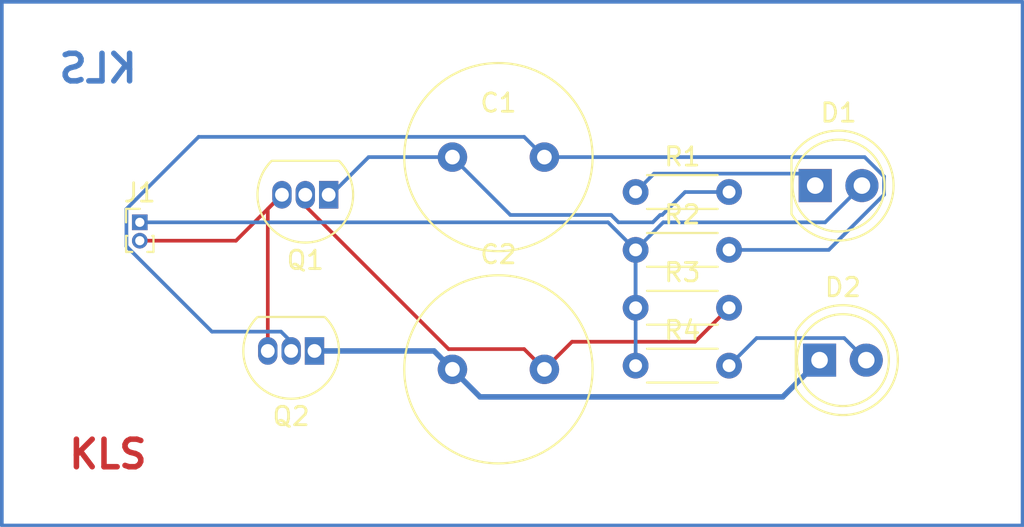
<source format=kicad_pcb>
(kicad_pcb (version 20241229) (generator "pcbnew") (generator_version "9.0")
  (title_block (title "LED FLIP FLOP") (date "2025-07-16") (company "KLS"))
  (layers (0 "F.Cu" signal) (2 "B.Cu" signal) (13 "F.Paste" user) (15 "B.Paste" user) (5 "F.SilkS" user "F.Silkscreen") (7 "B.SilkS" user "B.Silkscreen") (1 "F.Mask" user) (3 "B.Mask" user) (25 "Edge.Cuts" user))
  (net 0 "")
  (net 1 "Net-(Q2-B)")
  (net 2 "Net-(Q1-C)")
  (net 3 "Net-(D2-K)")
  (net 4 "Net-(Q1-B)")
  (net 5 "Net-(D1-A)")
  (net 6 "Net-(D1-K)")
  (net 7 "Net-(D2-A)")
  (net 8 "GND")
  (footprint "Package_TO_SOT_THT:TO-92_Inline" (layer "F.Cu") (at 103.27 25.5 180)
    (property "Reference" "Q1" (at 1.27 -3.56 0) (layer "F.SilkS"))
    (property "Value" "BC547")
    (fp_line (start -0.53 1.85) (end 3.07 1.85) (stroke (width 0.12)) (layer "F.SilkS"))
    (fp_arc (start 1.27 -2.6) (mid 3.672087 -0.994977) (end 3.108478 1.838478) (stroke (width 0.12)) (layer "F.SilkS"))
    (fp_arc (start -0.568478 1.838478) (mid -1.132087 -0.994977) (end 1.27 -2.6) (stroke (width 0.12)) (layer "F.SilkS"))
    (pad "1" thru_hole rect (at 0 0 180) (size 1.05 1.5) (drill 0.75) (layers "*.Cu" "*.Mask") (net 2 "Net-(Q1-C)"))
    (pad "2" thru_hole oval (at 1.27 0 180) (size 1.05 1.5) (drill 0.75) (layers "*.Cu" "*.Mask") (net 4 "Net-(Q1-B)"))
    (pad "3" thru_hole oval (at 2.54 0 180) (size 1.05 1.5) (drill 0.75) (layers "*.Cu" "*.Mask") (net 8 "GND"))
  )
  (footprint "Connector_PinHeader_1.00mm:PinHeader_1x02_P1.00mm_Vertical" (layer "F.Cu") (at 93 27)
    (property "Reference" "J1" (at 0 -1.61 0) (layer "F.SilkS"))
    (property "Value" "Conn_01x02_Pin")
    (fp_line (start -0.745 -0.735) (end 0 -0.735) (stroke (width 0.12)) (layer "F.SilkS"))
    (fp_line (start -0.745 0) (end -0.745 -0.735) (stroke (width 0.12)) (layer "F.SilkS"))
    (fp_line (start -0.745 0.735) (end -0.745 1.61) (stroke (width 0.12)) (layer "F.SilkS"))
    (fp_line (start -0.745 0.735) (end -0.685565 0.735) (stroke (width 0.12)) (layer "F.SilkS"))
    (fp_line (start -0.745 1.61) (end -0.41003 1.61) (stroke (width 0.12)) (layer "F.SilkS"))
    (fp_line (start 0.41003 1.61) (end 0.745 1.61) (stroke (width 0.12)) (layer "F.SilkS"))
    (fp_line (start 0.685565 0.735) (end 0.745 0.735) (stroke (width 0.12)) (layer "F.SilkS"))
    (fp_line (start 0.745 0.735) (end 0.745 1.61) (stroke (width 0.12)) (layer "F.SilkS"))
    (pad "1" thru_hole rect (at 0 0) (size 0.85 0.85) (drill 0.5) (layers "*.Cu" "*.Mask") (net 5 "Net-(D1-A)"))
    (pad "2" thru_hole circle (at 0 1) (size 0.85 0.85) (drill 0.5) (layers "*.Cu" "*.Mask") (net 8 "GND"))
  )
  (footprint "Resistor_THT:R_Axial_DIN0204_L3.6mm_D1.6mm_P5.08mm_Horizontal" (layer "F.Cu") (at 119.96 28.5)
    (property "Reference" "R2" (at 2.54 -1.92 0) (layer "F.SilkS"))
    (property "Value" "10k")
    (fp_line (start 0.62 -0.92) (end 4.46 -0.92) (stroke (width 0.12)) (layer "F.SilkS"))
    (fp_line (start 0.62 0.92) (end 4.46 0.92) (stroke (width 0.12)) (layer "F.SilkS"))
    (pad "1" thru_hole circle (at 0 0) (size 1.4 1.4) (drill 0.7) (layers "*.Cu" "*.Mask") (net 5 "Net-(D1-A)"))
    (pad "2" thru_hole circle (at 5.08 0) (size 1.4 1.4) (drill 0.7) (layers "*.Cu" "*.Mask") (net 1 "Net-(Q2-B)"))
  )
  (footprint "Package_TO_SOT_THT:TO-92_Inline" (layer "F.Cu") (at 102.5 34 180)
    (property "Reference" "Q2" (at 1.27 -3.56 0) (layer "F.SilkS"))
    (property "Value" "BC547")
    (fp_line (start -0.53 1.85) (end 3.07 1.85) (stroke (width 0.12)) (layer "F.SilkS"))
    (fp_arc (start 1.27 -2.6) (mid 3.672087 -0.994977) (end 3.108478 1.838478) (stroke (width 0.12)) (layer "F.SilkS"))
    (fp_arc (start -0.568478 1.838478) (mid -1.132087 -0.994977) (end 1.27 -2.6) (stroke (width 0.12)) (layer "F.SilkS"))
    (pad "1" thru_hole rect (at 0 0 180) (size 1.05 1.5) (drill 0.75) (layers "*.Cu" "*.Mask") (net 3 "Net-(D2-K)"))
    (pad "2" thru_hole oval (at 1.27 0 180) (size 1.05 1.5) (drill 0.75) (layers "*.Cu" "*.Mask") (net 1 "Net-(Q2-B)"))
    (pad "3" thru_hole oval (at 2.54 0 180) (size 1.05 1.5) (drill 0.75) (layers "*.Cu" "*.Mask") (net 8 "GND"))
  )
  (footprint "Resistor_THT:R_Axial_DIN0204_L3.6mm_D1.6mm_P5.08mm_Horizontal" (layer "F.Cu") (at 119.96 25.35)
    (property "Reference" "R1" (at 2.54 -1.92 0) (layer "F.SilkS"))
    (property "Value" "330")
    (fp_line (start 0.62 -0.92) (end 4.46 -0.92) (stroke (width 0.12)) (layer "F.SilkS"))
    (fp_line (start 0.62 0.92) (end 4.46 0.92) (stroke (width 0.12)) (layer "F.SilkS"))
    (pad "1" thru_hole circle (at 0 0) (size 1.4 1.4) (drill 0.7) (layers "*.Cu" "*.Mask") (net 6 "Net-(D1-K)"))
    (pad "2" thru_hole circle (at 5.08 0) (size 1.4 1.4) (drill 0.7) (layers "*.Cu" "*.Mask") (net 2 "Net-(Q1-C)"))
  )
  (footprint "Capacitor_THT:C_Radial_D10.0mm_H16.0mm_P5.00mm" (layer "F.Cu") (at 110 23.45)
    (property "Reference" "C1" (at 2.5 -2.95 0) (layer "F.SilkS"))
    (property "Value" "100u")
    (fp_circle (center 2.5 0) (end 7.62 0) (stroke (width 0.12)) (fill no) (layer "F.SilkS"))
    (pad "1" thru_hole circle (at 0 0) (size 1.6 1.6) (drill 0.8) (layers "*.Cu" "*.Mask") (net 2 "Net-(Q1-C)"))
    (pad "2" thru_hole circle (at 5 0) (size 1.6 1.6) (drill 0.8) (layers "*.Cu" "*.Mask") (net 1 "Net-(Q2-B)"))
  )
  (footprint "Resistor_THT:R_Axial_DIN0204_L3.6mm_D1.6mm_P5.08mm_Horizontal" (layer "F.Cu") (at 119.96 31.65)
    (property "Reference" "R3" (at 2.54 -1.92 0) (layer "F.SilkS"))
    (property "Value" "10k")
    (fp_line (start 0.62 -0.92) (end 4.46 -0.92) (stroke (width 0.12)) (layer "F.SilkS"))
    (fp_line (start 0.62 0.92) (end 4.46 0.92) (stroke (width 0.12)) (layer "F.SilkS"))
    (pad "1" thru_hole circle (at 0 0) (size 1.4 1.4) (drill 0.7) (layers "*.Cu" "*.Mask") (net 5 "Net-(D1-A)"))
    (pad "2" thru_hole circle (at 5.08 0) (size 1.4 1.4) (drill 0.7) (layers "*.Cu" "*.Mask") (net 4 "Net-(Q1-B)"))
  )
  (footprint "Capacitor_THT:C_Radial_D10.0mm_H16.0mm_P5.00mm" (layer "F.Cu") (at 110 35)
    (property "Reference" "C2" (at 2.5 -6.25 0) (layer "F.SilkS"))
    (property "Value" "100u")
    (fp_circle (center 2.5 0) (end 7.62 0) (stroke (width 0.12)) (fill no) (layer "F.SilkS"))
    (pad "1" thru_hole circle (at 0 0) (size 1.6 1.6) (drill 0.8) (layers "*.Cu" "*.Mask") (net 3 "Net-(D2-K)"))
    (pad "2" thru_hole circle (at 5 0) (size 1.6 1.6) (drill 0.8) (layers "*.Cu" "*.Mask") (net 4 "Net-(Q1-B)"))
  )
  (footprint "LED_THT:LED_D5.0mm" (layer "F.Cu") (at 129.725 25)
    (property "Reference" "D1" (at 1.27 -3.96 0) (layer "F.SilkS"))
    (property "Value" "LED")
    (fp_line (start -1.29 -1.545) (end -1.29 1.545) (stroke (width 0.12)) (layer "F.SilkS"))
    (fp_arc (start -1.29 -1.54483) (mid 2.071779 -2.880495) (end 4.26 0) (stroke (width 0.12)) (layer "F.SilkS"))
    (fp_arc (start 4.26 0) (mid 2.071779 2.880495) (end -1.29 1.54483) (stroke (width 0.12)) (layer "F.SilkS"))
    (fp_circle (center 1.27 0) (end 3.77 0) (stroke (width 0.12)) (fill no) (layer "F.SilkS"))
    (pad "1" thru_hole rect (at 0 0) (size 1.8 1.8) (drill 0.9) (layers "*.Cu" "*.Mask") (net 6 "Net-(D1-K)"))
    (pad "2" thru_hole circle (at 2.54 0) (size 1.8 1.8) (drill 0.9) (layers "*.Cu" "*.Mask") (net 5 "Net-(D1-A)"))
  )
  (footprint "Resistor_THT:R_Axial_DIN0204_L3.6mm_D1.6mm_P5.08mm_Horizontal" (layer "F.Cu") (at 119.96 34.8)
    (property "Reference" "R4" (at 2.54 -1.92 0) (layer "F.SilkS"))
    (property "Value" "330")
    (fp_line (start 0.62 -0.92) (end 4.46 -0.92) (stroke (width 0.12)) (layer "F.SilkS"))
    (fp_line (start 0.62 0.92) (end 4.46 0.92) (stroke (width 0.12)) (layer "F.SilkS"))
    (pad "1" thru_hole circle (at 0 0) (size 1.4 1.4) (drill 0.7) (layers "*.Cu" "*.Mask") (net 5 "Net-(D1-A)"))
    (pad "2" thru_hole circle (at 5.08 0) (size 1.4 1.4) (drill 0.7) (layers "*.Cu" "*.Mask") (net 7 "Net-(D2-A)"))
  )
  (footprint "LED_THT:LED_D5.0mm" (layer "F.Cu") (at 129.96 34.5)
    (property "Reference" "D2" (at 1.27 -3.96 0) (layer "F.SilkS"))
    (property "Value" "LED")
    (fp_line (start -1.29 -1.545) (end -1.29 1.545) (stroke (width 0.12)) (layer "F.SilkS"))
    (fp_arc (start -1.29 -1.54483) (mid 2.071779 -2.880495) (end 4.26 0) (stroke (width 0.12)) (layer "F.SilkS"))
    (fp_arc (start 4.26 0) (mid 2.071779 2.880495) (end -1.29 1.54483) (stroke (width 0.12)) (layer "F.SilkS"))
    (fp_circle (center 1.27 0) (end 3.77 0) (stroke (width 0.12)) (fill no) (layer "F.SilkS"))
    (pad "1" thru_hole rect (at 0 0) (size 1.8 1.8) (drill 0.9) (layers "*.Cu" "*.Mask") (net 3 "Net-(D2-K)"))
    (pad "2" thru_hole circle (at 2.54 0) (size 1.8 1.8) (drill 0.9) (layers "*.Cu" "*.Mask") (net 7 "Net-(D2-A)"))
  )
  (gr_rect (start 85.5 15) (end 141 43.5) (stroke (width 0.2)) (fill no) (layer "B.Cu"))
  (gr_text "KLS" (at 89 40.5 0) (layer "F.Cu") (effects (font (size 1.5 1.5) (thickness 0.3) (bold yes)) (justify left bottom)))
  (gr_text "KLS\n" (at 93 19.5 0) (layer "B.Cu") (effects (font (size 1.5 1.5) (thickness 0.3) (bold yes)) (justify left bottom mirror)))
  (segment (start 125.04 28.5) (end 130.463471 28.5) (width 0.2) (layer "B.Cu") (net 1))
  (segment (start 92.274 26.274) (end 92.274 28.30072) (width 0.2) (layer "B.Cu") (net 1))
  (segment (start 133.466 25.497471) (end 133.466 24.502529) (width 0.2) (layer "B.Cu") (net 1))
  (segment (start 130.463471 28.5) (end 133.466 25.497471) (width 0.2) (layer "B.Cu") (net 1))
  (segment (start 92.274 28.30072) (end 96.92228 32.949) (width 0.2) (layer "B.Cu") (net 1))
  (segment (start 115 23.45) (end 113.899 22.349) (width 0.2) (layer "B.Cu") (net 1))
  (segment (start 96.92228 32.949) (end 100.679 32.949) (width 0.2) (layer "B.Cu") (net 1))
  (segment (start 113.899 22.349) (end 96.199 22.349) (width 0.2) (layer "B.Cu") (net 1))
  (segment (start 132.413471 23.45) (end 115 23.45) (width 0.2) (layer "B.Cu") (net 1))
  (segment (start 133.466 24.502529) (end 132.413471 23.45) (width 0.2) (layer "B.Cu") (net 1))
  (segment (start 101.23 33.5) (end 101.23 34) (width 0.2) (layer "B.Cu") (net 1))
  (segment (start 100.679 32.949) (end 101.23 33.5) (width 0.2) (layer "B.Cu") (net 1))
  (segment (start 96.199 22.349) (end 92.274 26.274) (width 0.2) (layer "B.Cu") (net 1))
  (segment (start 119.0271 27) (end 118.6261 26.599) (width 0.2) (layer "B.Cu") (net 2))
  (segment (start 103.27 25.62314) (end 103.27 25.5) (width 0.2) (layer "B.Cu") (net 2))
  (segment (start 121.401 26.599) (end 121.2939 26.599) (width 0.2) (layer "B.Cu") (net 2))
  (segment (start 113.149 26.599) (end 110 23.45) (width 0.2) (layer "B.Cu") (net 2))
  (segment (start 105.44314 23.45) (end 103.27 25.62314) (width 0.2) (layer "B.Cu") (net 2))
  (segment (start 125.04 25.35) (end 122.65 25.35) (width 0.2) (layer "B.Cu") (net 2))
  (segment (start 122.65 25.35) (end 121.401 26.599) (width 0.2) (layer "B.Cu") (net 2))
  (segment (start 118.6261 26.599) (end 113.149 26.599) (width 0.2) (layer "B.Cu") (net 2))
  (segment (start 121.2939 26.599) (end 120.8929 27) (width 0.2) (layer "B.Cu") (net 2))
  (segment (start 120.8929 27) (end 119.0271 27) (width 0.2) (layer "B.Cu") (net 2))
  (segment (start 110 23.45) (end 105.44314 23.45) (width 0.2) (layer "B.Cu") (net 2))
  (segment (start 111.5 36.5) (end 127.96 36.5) (width 0.3) (layer "B.Cu") (net 3))
  (segment (start 102.5 34) (end 109 34) (width 0.3) (layer "B.Cu") (net 3))
  (segment (start 110 35) (end 111.5 36.5) (width 0.3) (layer "B.Cu") (net 3))
  (segment (start 109 34) (end 110 35) (width 0.3) (layer "B.Cu") (net 3))
  (segment (start 127.96 36.5) (end 129.96 34.5) (width 0.3) (layer "B.Cu") (net 3))
  (segment (start 109.792 33.899) (end 113.899 33.899) (width 0.2) (layer "F.Cu") (net 4))
  (segment (start 102 26.107) (end 109.792 33.899) (width 0.2) (layer "F.Cu") (net 4))
  (segment (start 115 35) (end 116.5 33.5) (width 0.2) (layer "F.Cu") (net 4))
  (segment (start 113.899 33.899) (end 115 35) (width 0.2) (layer "F.Cu") (net 4))
  (segment (start 102 25.5) (end 102 26.107) (width 0.2) (layer "F.Cu") (net 4))
  (segment (start 123.19 33.5) (end 125.04 31.65) (width 0.2) (layer "F.Cu") (net 4))
  (segment (start 116.5 33.5) (end 123.19 33.5) (width 0.2) (layer "F.Cu") (net 4))
  (via (at 115 35) (size 0.6) (drill 0.3) (layers "F.Cu" "B.Cu") (net 4))
  (via (at 115 35) (size 0.6) (drill 0.3) (layers "F.Cu" "B.Cu") (net 4))
  (segment (start 130.265 27) (end 121.46 27) (width 0.2) (layer "B.Cu") (net 5))
  (segment (start 119.96 31.65) (end 119.96 28.5) (width 0.2) (layer "B.Cu") (net 5))
  (segment (start 119.96 28.5) (end 119.96 34.8) (width 0.2) (layer "B.Cu") (net 5))
  (segment (start 118.46 27) (end 93 27) (width 0.2) (layer "B.Cu") (net 5))
  (segment (start 121.46 27) (end 119.96 28.5) (width 0.2) (layer "B.Cu") (net 5))
  (segment (start 132.265 25) (end 130.265 27) (width 0.2) (layer "B.Cu") (net 5))
  (segment (start 119.96 28.5) (end 118.46 27) (width 0.2) (layer "B.Cu") (net 5))
  (segment (start 129.725 25) (end 129.074 24.349) (width 0.2) (layer "B.Cu") (net 6))
  (segment (start 120.961 24.349) (end 119.96 25.35) (width 0.2) (layer "B.Cu") (net 6))
  (segment (start 129.074 24.349) (end 120.961 24.349) (width 0.2) (layer "B.Cu") (net 6))
  (segment (start 131.299 33.299) (end 132.5 34.5) (width 0.2) (layer "B.Cu") (net 7))
  (segment (start 126.541 33.299) (end 131.299 33.299) (width 0.2) (layer "B.Cu") (net 7))
  (segment (start 125.04 34.8) (end 126.541 33.299) (width 0.2) (layer "B.Cu") (net 7))
  (segment (start 100.73 25.5) (end 99.96 26.27) (width 0.2) (layer "F.Cu") (net 8))
  (segment (start 93 28) (end 98.23 28) (width 0.2) (layer "F.Cu") (net 8))
  (segment (start 98.23 28) (end 100.73 25.5) (width 0.2) (layer "F.Cu") (net 8))
  (segment (start 99.96 26.27) (end 99.96 34) (width 0.2) (layer "F.Cu") (net 8))
)
</source>
